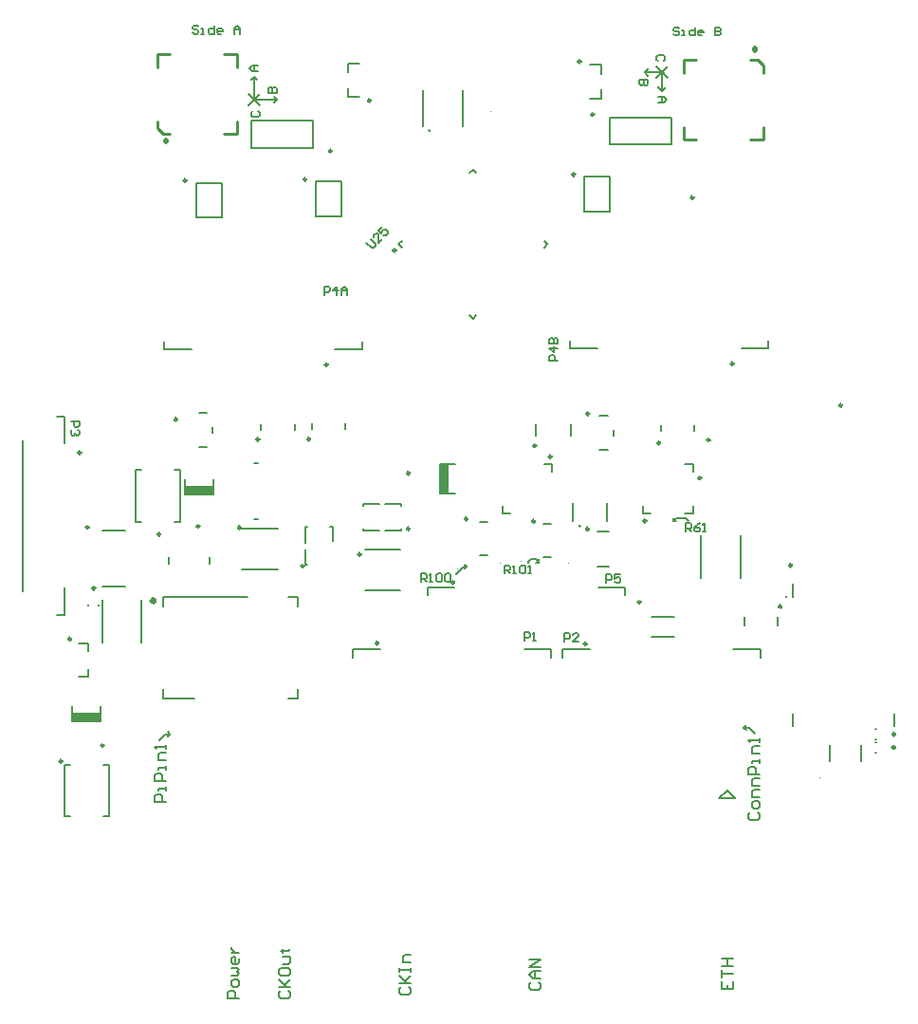
<source format=gto>
G04*
G04 #@! TF.GenerationSoftware,Altium Limited,Altium Designer,21.4.1 (30)*
G04*
G04 Layer_Color=65535*
%FSLAX25Y25*%
%MOIN*%
G70*
G04*
G04 #@! TF.SameCoordinates,52388346-E8D1-4751-8710-1ABE23D8764D*
G04*
G04*
G04 #@! TF.FilePolarity,Positive*
G04*
G01*
G75*
%ADD10C,0.00984*%
%ADD11C,0.00600*%
%ADD12C,0.00394*%
%ADD13C,0.00800*%
%ADD14C,0.01968*%
%ADD15C,0.00787*%
%ADD16C,0.02000*%
%ADD17C,0.01000*%
%ADD18C,0.00500*%
%ADD19R,0.03062X0.10236*%
%ADD20R,0.10236X0.03062*%
D10*
X348408Y212560D02*
G03*
X348408Y212560I-492J0D01*
G01*
X366092Y268700D02*
G03*
X366092Y268700I-492J0D01*
G01*
X384691Y148600D02*
G03*
X384691Y148600I-492J0D01*
G01*
Y153200D02*
G03*
X384691Y153200I-492J0D01*
G01*
X297232Y228158D02*
G03*
X297232Y228158I-492J0D01*
G01*
X161227Y256770D02*
G03*
X161227Y256770I-492J0D01*
G01*
X343836Y197917D02*
G03*
X343813Y198065I469J148D01*
G01*
X95077Y186687D02*
G03*
X95077Y186687I-492J0D01*
G01*
X214075Y244882D02*
G03*
X214075Y244882I-492J0D01*
G01*
X229792Y206500D02*
G03*
X229792Y206500I-492J0D01*
G01*
X258092Y228000D02*
G03*
X258092Y228000I-492J0D01*
G01*
X101279Y225905D02*
G03*
X101279Y225905I-492J0D01*
G01*
X214093Y225396D02*
G03*
X214093Y225396I-492J0D01*
G01*
X126481Y223478D02*
G03*
X126481Y223478I-492J0D01*
G01*
X132346Y263782D02*
G03*
X132346Y263782I-492J0D01*
G01*
X103492Y204505D02*
G03*
X103492Y204505I-492J0D01*
G01*
X177781Y348070D02*
G03*
X177781Y348070I-492J0D01*
G01*
X200293Y375816D02*
G03*
X200293Y375816I-492J0D01*
G01*
X258498Y254587D02*
G03*
X258498Y254587I-492J0D01*
G01*
X295244Y199665D02*
G03*
X295244Y199665I-492J0D01*
G01*
X263926Y250748D02*
G03*
X263926Y250748I-492J0D01*
G01*
X209252Y323147D02*
G03*
X209252Y323147I-492J0D01*
G01*
X316547Y243201D02*
G03*
X316547Y243201I-492J0D01*
G01*
X186721Y358053D02*
G03*
X186721Y358053I-492J0D01*
G01*
X106592Y149300D02*
G03*
X106592Y149300I-492J0D01*
G01*
X91992Y143700D02*
G03*
X91992Y143700I-492J0D01*
G01*
X140176Y226300D02*
G03*
X140176Y226300I-492J0D01*
G01*
X203092Y185200D02*
G03*
X203092Y185200I-492J0D01*
G01*
X276292Y184900D02*
G03*
X276292Y184900I-492J0D01*
G01*
X98543Y252131D02*
G03*
X98543Y252131I-492J0D01*
G01*
X327966Y283354D02*
G03*
X327966Y283354I-492J0D01*
G01*
X185262Y282976D02*
G03*
X185262Y282976I-492J0D01*
G01*
X319605Y256571D02*
G03*
X319605Y256571I-492J0D01*
G01*
X179040Y256875D02*
G03*
X179040Y256875I-492J0D01*
G01*
X302092Y255500D02*
G03*
X302092Y255500I-492J0D01*
G01*
X176892Y212300D02*
G03*
X176892Y212300I-492J0D01*
G01*
X154692Y225800D02*
G03*
X154692Y225800I-492J0D01*
G01*
X196992Y216400D02*
G03*
X196992Y216400I-492J0D01*
G01*
X274268Y389487D02*
G03*
X274268Y389487I-492J0D01*
G01*
X278812Y370893D02*
G03*
X278812Y370893I-492J0D01*
G01*
X277192Y265800D02*
G03*
X277192Y265800I-492J0D01*
G01*
X272158Y349834D02*
G03*
X272158Y349834I-492J0D01*
G01*
X135655Y347676D02*
G03*
X135655Y347676I-492J0D01*
G01*
X313884Y341728D02*
G03*
X313884Y341728I-492J0D01*
G01*
X234392Y228800D02*
G03*
X234392Y228800I-492J0D01*
G01*
X277075Y225303D02*
G03*
X277075Y225303I-492J0D01*
G01*
D11*
X346715Y201413D02*
G03*
X346715Y201413I-300J0D01*
G01*
X274100Y226400D02*
G03*
X274100Y226400I-300J0D01*
G01*
X221300Y365200D02*
G03*
X221300Y365200I-300J0D01*
G01*
X230450Y209450D02*
X233100Y212100D01*
X259500Y213600D02*
Y214700D01*
X258300Y213500D02*
X259400D01*
X259500Y213600D01*
X258500Y214600D02*
X259500Y213600D01*
X256600Y214600D02*
X258500D01*
X255800Y213800D02*
X256600Y214600D01*
X255800Y213400D02*
Y213800D01*
X233450Y212800D02*
X234150Y212100D01*
X233450Y211400D02*
X234150Y212100D01*
X233100D02*
X234150D01*
X160900Y386000D02*
X158901D01*
X157901Y387000D01*
X158901Y387999D01*
X160900D01*
X159400D01*
Y386000D01*
X164401Y378500D02*
X167400D01*
Y379999D01*
X166900Y380499D01*
X166400D01*
X165901Y379999D01*
Y378500D01*
Y379999D01*
X165401Y380499D01*
X164901D01*
X164401Y379999D01*
Y378500D01*
X158901Y371999D02*
X158401Y371499D01*
Y370500D01*
X158901Y370000D01*
X160900D01*
X161400Y370500D01*
Y371499D01*
X160900Y371999D01*
X301400Y377100D02*
X303399D01*
X304399Y376100D01*
X303399Y375101D01*
X301400D01*
X302900D01*
Y377100D01*
X297799Y383100D02*
X294800D01*
Y381600D01*
X295300Y381101D01*
X295800D01*
X296300Y381600D01*
Y383100D01*
Y381600D01*
X296799Y381101D01*
X297299D01*
X297799Y381600D01*
Y383100D01*
X303299Y389601D02*
X303799Y390101D01*
Y391100D01*
X303299Y391600D01*
X301300D01*
X300800Y391100D01*
Y390101D01*
X301300Y389601D01*
X247352Y209600D02*
Y212599D01*
X248851D01*
X249351Y212100D01*
Y211100D01*
X248851Y210600D01*
X247352D01*
X248351D02*
X249351Y209600D01*
X250351D02*
X251350D01*
X250850D01*
Y212599D01*
X250351Y212100D01*
X252850D02*
X253350Y212599D01*
X254349D01*
X254849Y212100D01*
Y210100D01*
X254349Y209600D01*
X253350D01*
X252850Y210100D01*
Y212100D01*
X255849Y209600D02*
X256849D01*
X256349D01*
Y212599D01*
X255849Y212100D01*
X218052Y206700D02*
Y209700D01*
X219551D01*
X220051Y209200D01*
Y208200D01*
X219551Y207700D01*
X218052D01*
X219051D02*
X220051Y206700D01*
X221051D02*
X222050D01*
X221551D01*
Y209700D01*
X221051Y209200D01*
X223550D02*
X224050Y209700D01*
X225049D01*
X225549Y209200D01*
Y207200D01*
X225049Y206700D01*
X224050D01*
X223550Y207200D01*
Y209200D01*
X226549D02*
X227049Y209700D01*
X228048D01*
X228548Y209200D01*
Y207200D01*
X228048Y206700D01*
X227049D01*
X226549Y207200D01*
Y209200D01*
D12*
X270064Y213253D02*
G03*
X270064Y213253I-197J0D01*
G01*
X242581Y371854D02*
G03*
X242581Y371854I-197J0D01*
G01*
X231150Y211333D02*
G03*
X231150Y211333I-197J0D01*
G01*
X245964Y213154D02*
G03*
X245964Y213154I-197J0D01*
G01*
X253250Y213833D02*
G03*
X253250Y213833I-197J0D01*
G01*
X358213Y137916D02*
G03*
X358213Y137916I-197J0D01*
G01*
D13*
X159900Y376000D02*
G03*
X159900Y376000I-500J0D01*
G01*
X303300Y385600D02*
G03*
X303300Y385600I-500J0D01*
G01*
X125984Y151181D02*
X127953Y153150D01*
X129921D01*
X129134Y153937D02*
X129921Y153150D01*
X129134Y152362D02*
X129921Y153150D01*
X333465Y155512D02*
X335433Y153543D01*
X331496Y155512D02*
X333465D01*
X331496D02*
X332283Y156299D01*
X331496Y155512D02*
X332283Y154724D01*
X322835Y130709D02*
X328346D01*
X325590Y133465D02*
X328346Y130709D01*
X322835D02*
X325590Y133465D01*
X159400Y384000D02*
X160400Y383000D01*
X159400Y384000D02*
X160400Y383000D01*
X158400D02*
X159400Y384000D01*
Y376000D02*
Y384000D01*
Y376000D02*
X167400D01*
X166400Y375000D02*
X167400Y376000D01*
X166400Y377000D02*
X167400Y376000D01*
X166400Y377000D02*
X167400Y376000D01*
X302800Y379200D02*
Y385600D01*
X296800D02*
X302800D01*
X306700Y228000D02*
Y229000D01*
Y228000D02*
X307800D01*
X306700D02*
X307800D01*
X306700D02*
X307700Y229000D01*
X311200D01*
X312000Y228200D01*
X296800Y385600D02*
X297900Y384500D01*
X296800Y385700D02*
X298100Y387000D01*
X296800Y385600D02*
Y385700D01*
X301400Y380500D02*
Y380600D01*
X302800Y379200D02*
X304000Y380400D01*
X301400Y380500D02*
X302700Y379200D01*
X302800D01*
X128334Y129540D02*
X124335D01*
Y131539D01*
X125002Y132206D01*
X126335D01*
X127001Y131539D01*
Y129540D01*
X128334Y133539D02*
Y134872D01*
Y134205D01*
X125668D01*
Y133539D01*
X128334Y136871D02*
X124335D01*
Y138871D01*
X125002Y139537D01*
X126335D01*
X127001Y138871D01*
Y136871D01*
X128334Y140870D02*
Y142203D01*
Y141536D01*
X125668D01*
Y140870D01*
X128334Y144202D02*
X125668D01*
Y146201D01*
X126335Y146868D01*
X128334D01*
Y148201D02*
Y149534D01*
Y148867D01*
X124335D01*
X125002Y148201D01*
X333663Y125907D02*
X332996Y125240D01*
Y123907D01*
X333663Y123241D01*
X336329D01*
X336995Y123907D01*
Y125240D01*
X336329Y125907D01*
X336995Y127906D02*
Y129239D01*
X336329Y129905D01*
X334996D01*
X334329Y129239D01*
Y127906D01*
X334996Y127240D01*
X336329D01*
X336995Y127906D01*
Y131238D02*
X334329D01*
Y133238D01*
X334996Y133904D01*
X336995D01*
Y135237D02*
X334329D01*
Y137236D01*
X334996Y137903D01*
X336995D01*
Y139236D02*
X332996D01*
Y141235D01*
X333663Y141901D01*
X334996D01*
X335662Y141235D01*
Y139236D01*
X336995Y143234D02*
Y144567D01*
Y143901D01*
X334329D01*
Y143234D01*
X336995Y146567D02*
X334329D01*
Y148566D01*
X334996Y149232D01*
X336995D01*
Y150565D02*
Y151898D01*
Y151232D01*
X332996D01*
X333663Y150565D01*
X323601Y66466D02*
Y63800D01*
X327600D01*
Y66466D01*
X325601Y63800D02*
Y65133D01*
X323601Y67799D02*
Y70464D01*
Y69132D01*
X327600D01*
X323601Y71797D02*
X327600D01*
X325601D01*
Y74463D01*
X323601D01*
X327600D01*
X256668Y66166D02*
X256001Y65499D01*
Y64166D01*
X256668Y63500D01*
X259334D01*
X260000Y64166D01*
Y65499D01*
X259334Y66166D01*
X260000Y67499D02*
X257334D01*
X256001Y68832D01*
X257334Y70165D01*
X260000D01*
X258001D01*
Y67499D01*
X260000Y71497D02*
X256001D01*
X260000Y74163D01*
X256001D01*
X211168Y64566D02*
X210501Y63899D01*
Y62566D01*
X211168Y61900D01*
X213834D01*
X214500Y62566D01*
Y63899D01*
X213834Y64566D01*
X210501Y65899D02*
X214500D01*
X213167D01*
X210501Y68564D01*
X212501Y66565D01*
X214500Y68564D01*
X210501Y69897D02*
Y71230D01*
Y70564D01*
X214500D01*
Y69897D01*
Y71230D01*
Y73230D02*
X211834D01*
Y75229D01*
X212501Y75896D01*
X214500D01*
X168768Y63066D02*
X168101Y62399D01*
Y61066D01*
X168768Y60400D01*
X171433D01*
X172100Y61066D01*
Y62399D01*
X171433Y63066D01*
X168101Y64399D02*
X172100D01*
X170767D01*
X168101Y67064D01*
X170101Y65065D01*
X172100Y67064D01*
X168101Y70397D02*
Y69064D01*
X168768Y68397D01*
X171433D01*
X172100Y69064D01*
Y70397D01*
X171433Y71063D01*
X168768D01*
X168101Y70397D01*
X169434Y72396D02*
X171433D01*
X172100Y73063D01*
Y75062D01*
X169434D01*
X168768Y77061D02*
X169434D01*
Y76395D01*
Y77728D01*
Y77061D01*
X171433D01*
X172100Y77728D01*
X154000Y60400D02*
X150001D01*
Y62399D01*
X150668Y63066D01*
X152001D01*
X152667Y62399D01*
Y60400D01*
X154000Y65065D02*
Y66398D01*
X153333Y67064D01*
X152001D01*
X151334Y66398D01*
Y65065D01*
X152001Y64399D01*
X153333D01*
X154000Y65065D01*
X151334Y68397D02*
X153333D01*
X154000Y69064D01*
X153333Y69730D01*
X154000Y70397D01*
X153333Y71063D01*
X151334D01*
X154000Y74396D02*
Y73063D01*
X153333Y72396D01*
X152001D01*
X151334Y73063D01*
Y74396D01*
X152001Y75062D01*
X152667D01*
Y72396D01*
X151334Y76395D02*
X154000D01*
X152667D01*
X152001Y77061D01*
X151334Y77728D01*
Y78394D01*
X157401Y374000D02*
X161400Y377999D01*
X159401Y375999D01*
X157401Y377999D01*
X161400Y374000D01*
X304799Y387600D02*
X300800Y383601D01*
X302799Y385601D01*
X304799Y383601D01*
X300800Y387600D01*
X308799Y401099D02*
X308299Y401599D01*
X307300D01*
X306800Y401099D01*
Y400599D01*
X307300Y400100D01*
X308299D01*
X308799Y399600D01*
Y399100D01*
X308299Y398600D01*
X307300D01*
X306800Y399100D01*
X309799Y398600D02*
X310799D01*
X310299D01*
Y400599D01*
X309799D01*
X314298Y401599D02*
Y398600D01*
X312798D01*
X312298Y399100D01*
Y400100D01*
X312798Y400599D01*
X314298D01*
X316797Y398600D02*
X315797D01*
X315297Y399100D01*
Y400100D01*
X315797Y400599D01*
X316797D01*
X317297Y400100D01*
Y399600D01*
X315297D01*
X321295Y401599D02*
Y398600D01*
X322795D01*
X323295Y399100D01*
Y399600D01*
X322795Y400100D01*
X321295D01*
X322795D01*
X323295Y400599D01*
Y401099D01*
X322795Y401599D01*
X321295D01*
X139899Y401699D02*
X139400Y402199D01*
X138400D01*
X137900Y401699D01*
Y401199D01*
X138400Y400700D01*
X139400D01*
X139899Y400200D01*
Y399700D01*
X139400Y399200D01*
X138400D01*
X137900Y399700D01*
X140899Y399200D02*
X141899D01*
X141399D01*
Y401199D01*
X140899D01*
X145398Y402199D02*
Y399200D01*
X143898D01*
X143398Y399700D01*
Y400700D01*
X143898Y401199D01*
X145398D01*
X147897Y399200D02*
X146897D01*
X146397Y399700D01*
Y400700D01*
X146897Y401199D01*
X147897D01*
X148397Y400700D01*
Y400200D01*
X146397D01*
X152395Y399200D02*
Y401199D01*
X153395Y402199D01*
X154395Y401199D01*
Y399200D01*
Y400700D01*
X152395D01*
X311201Y224400D02*
Y227399D01*
X312701D01*
X313200Y226900D01*
Y225900D01*
X312701Y225400D01*
X311201D01*
X312201D02*
X313200Y224400D01*
X316199Y227399D02*
X315200Y226900D01*
X314200Y225900D01*
Y224900D01*
X314700Y224400D01*
X315700D01*
X316199Y224900D01*
Y225400D01*
X315700Y225900D01*
X314200D01*
X317199Y224400D02*
X318199D01*
X317699D01*
Y227399D01*
X317199Y226900D01*
X198912Y325833D02*
X200679Y324066D01*
X201386D01*
X202093Y324773D01*
X202093Y325479D01*
X200326Y327247D01*
X204567D02*
X203153Y325833D01*
Y328660D01*
X202800Y329014D01*
X202093Y329014D01*
X201386Y328307D01*
Y327600D01*
X204567Y331488D02*
X203153Y330074D01*
X204214Y329014D01*
X204567Y330074D01*
X204921Y330428D01*
X205627D01*
X206334Y329721D01*
X206334Y329014D01*
X205627Y328307D01*
X204921D01*
X283101Y206400D02*
Y209400D01*
X284600D01*
X285100Y208900D01*
Y207900D01*
X284600Y207400D01*
X283101D01*
X288099Y209400D02*
X286100D01*
Y207900D01*
X287100Y208400D01*
X287599D01*
X288099Y207900D01*
Y206900D01*
X287599Y206400D01*
X286600D01*
X286100Y206900D01*
X184001Y307501D02*
Y310500D01*
X185501D01*
X186001Y310000D01*
Y309000D01*
X185501Y308500D01*
X184001D01*
X188500Y307501D02*
Y310500D01*
X187000Y309000D01*
X189000D01*
X189999Y307501D02*
Y309500D01*
X190999Y310500D01*
X191999Y309500D01*
Y307501D01*
Y309000D01*
X189999D01*
X266199Y284401D02*
X263200D01*
Y285901D01*
X263700Y286401D01*
X264700D01*
X265200Y285901D01*
Y284401D01*
X266199Y288900D02*
X263200D01*
X264700Y287400D01*
Y289400D01*
X263200Y290399D02*
X266199D01*
Y291899D01*
X265700Y292399D01*
X265200D01*
X264700Y291899D01*
Y290399D01*
Y291899D01*
X264200Y292399D01*
X263700D01*
X263200Y291899D01*
Y290399D01*
X95000Y263099D02*
X98000D01*
Y261600D01*
X97500Y261100D01*
X96500D01*
X96000Y261600D01*
Y263099D01*
X97500Y260100D02*
X98000Y259600D01*
Y258601D01*
X97500Y258101D01*
X97000D01*
X96500Y258601D01*
Y259101D01*
Y258601D01*
X96000Y258101D01*
X95500D01*
X95000Y258601D01*
Y259600D01*
X95500Y260100D01*
X268501Y185600D02*
Y188600D01*
X270000D01*
X270500Y188100D01*
Y187100D01*
X270000Y186600D01*
X268501D01*
X273499Y185600D02*
X271500D01*
X273499Y187600D01*
Y188100D01*
X272999Y188600D01*
X272000D01*
X271500Y188100D01*
X254401Y186001D02*
Y188999D01*
X255900D01*
X256400Y188500D01*
Y187500D01*
X255900Y187000D01*
X254401D01*
X257400Y186001D02*
X258399D01*
X257899D01*
Y188999D01*
X257400Y188500D01*
D14*
X124294Y200100D02*
G03*
X124294Y200100I-394J0D01*
G01*
D15*
X377703Y150372D02*
X378097D01*
X377703Y146828D02*
X378097D01*
X377703Y154972D02*
X378097D01*
X377703Y151428D02*
X378097D01*
X159449Y248445D02*
X160630D01*
X159449Y228760D02*
X160630D01*
X296150Y230717D02*
X298906D01*
X296150D02*
Y233473D01*
X310913Y230717D02*
X313669D01*
Y233473D01*
X310913Y248236D02*
X313669D01*
Y245480D02*
Y248236D01*
X348730Y156000D02*
Y160429D01*
X384518Y156000D02*
Y160429D01*
X348730Y201571D02*
Y206000D01*
X161916Y260215D02*
Y262183D01*
X173727Y260215D02*
Y262183D01*
X331695Y191325D02*
Y194475D01*
X343506Y191325D02*
Y194475D01*
X101081Y173459D02*
Y176057D01*
X97872Y173459D02*
X101081D01*
Y182357D02*
Y184955D01*
X97872D02*
X101081D01*
X224902Y237697D02*
Y247933D01*
Y237697D02*
X230161D01*
X224902Y247933D02*
X230161D01*
X289790Y201954D02*
Y204709D01*
X220302Y201954D02*
Y204709D01*
X280341D02*
X289790D01*
X220302D02*
X229750D01*
X261022Y215394D02*
X263778D01*
X261022Y227205D02*
X263778D01*
X106102Y205217D02*
X113976D01*
X106102Y224902D02*
X113976D01*
X205431Y234255D02*
X211042D01*
Y233566D02*
Y234255D01*
X197656D02*
X203266D01*
X197656Y233566D02*
Y234255D01*
Y224806D02*
Y225495D01*
Y224806D02*
X203266D01*
X205431D02*
X211042D01*
Y225495D01*
X117913Y227854D02*
Y245965D01*
X131457D02*
X133465D01*
X117913D02*
X119921D01*
X133465Y227854D02*
Y245965D01*
X131457Y227854D02*
X133465D01*
X117913D02*
X119921D01*
X283306Y228249D02*
Y234351D01*
X271494Y228249D02*
Y234351D01*
X139925Y254038D02*
X142878D01*
X144846Y258959D02*
Y261124D01*
X139925Y266045D02*
X142878D01*
X361588Y143846D02*
Y149554D01*
X372612Y143846D02*
Y149554D01*
X299148Y187455D02*
X307252D01*
X299148Y194345D02*
X307252D01*
X218613Y366899D02*
Y379301D01*
X232787Y366899D02*
Y379301D01*
X104772Y198423D02*
Y198777D01*
X101228Y198423D02*
Y198777D01*
X181128Y335078D02*
Y347282D01*
X190183Y335078D02*
Y347282D01*
X181128D02*
X190183D01*
X181128Y335078D02*
X190183D01*
X192321Y376997D02*
X196258D01*
X192321D02*
Y380147D01*
Y388809D02*
X196258D01*
X192321Y385659D02*
Y388809D01*
X270702Y258031D02*
Y261968D01*
X258498Y258031D02*
Y261968D01*
X246702Y230866D02*
Y233524D01*
Y230866D02*
X249359D01*
X264024Y245532D02*
Y248189D01*
X261367D02*
X264024D01*
X236320Y299205D02*
X237503Y300388D01*
X235137D02*
X236320Y299205D01*
X261306Y324190D02*
X262489Y325374D01*
X261306Y326557D02*
X262489Y325374D01*
X236320Y351542D02*
X237503Y350359D01*
X235137D02*
X236320Y351542D01*
X210152Y325374D02*
X211335Y326557D01*
X210152Y325374D02*
X211335Y324190D01*
X129513Y213019D02*
Y215381D01*
X143687Y213019D02*
Y215381D01*
X180127Y359176D02*
Y368624D01*
X158473Y359176D02*
Y368624D01*
Y359176D02*
X180127D01*
X158473Y368624D02*
X180127D01*
X119790Y185311D02*
Y200289D01*
X106010Y185311D02*
Y200289D01*
X316510Y208012D02*
Y222989D01*
X330290Y208012D02*
Y222989D01*
X95282Y157838D02*
X105518D01*
Y163098D01*
X95282Y157838D02*
X95282D01*
X95282D02*
Y163098D01*
X108268Y124311D02*
Y142421D01*
X92717Y124311D02*
X94724D01*
X106260D02*
X108268D01*
X92717D02*
Y142421D01*
X94724D01*
X106260D02*
X108268D01*
X134966Y237369D02*
X145202D01*
Y242629D01*
X134966Y237369D02*
Y237369D01*
Y242629D01*
X263728Y180224D02*
Y182980D01*
X194240Y180224D02*
Y182980D01*
X254279D02*
X263728D01*
X194240D02*
X203689D01*
X337350Y180224D02*
Y182980D01*
X267862Y180224D02*
Y182980D01*
X327901D02*
X337350D01*
X267862D02*
X277311D01*
X89980Y195241D02*
X92736D01*
X78169Y203509D02*
Y256462D01*
X89980Y264729D02*
X92736D01*
Y195241D02*
Y204690D01*
Y255280D02*
Y264729D01*
X330624Y288669D02*
X340072D01*
X270584D02*
X280033D01*
X340072D02*
Y291425D01*
X270584Y288669D02*
Y291425D01*
X187920Y288291D02*
X197369D01*
X127880D02*
X137329D01*
X197369D02*
Y291046D01*
X127880Y288291D02*
Y291046D01*
X179729Y260320D02*
Y262289D01*
X191540Y260320D02*
Y262289D01*
X302381Y259911D02*
Y261880D01*
X314192Y259911D02*
Y261880D01*
X186924Y221000D02*
Y225993D01*
X186235D02*
X186924D01*
X177476D02*
X178165D01*
X177476Y220383D02*
Y225993D01*
Y212607D02*
Y218217D01*
Y212607D02*
X178165D01*
X155251Y225311D02*
X167653D01*
X155251Y211138D02*
X167653D01*
X198424Y218014D02*
X210825D01*
X198424Y203841D02*
X210825D01*
X277319Y388305D02*
X281256D01*
Y385156D02*
Y388305D01*
X277319Y376495D02*
X281256D01*
Y379644D01*
X284422Y360322D02*
Y369771D01*
X306076Y360322D02*
Y369771D01*
X284422D02*
X306076D01*
X284422Y360322D02*
X306076D01*
X280824Y253096D02*
X283776D01*
X285745Y258017D02*
Y260183D01*
X280824Y265104D02*
X283776D01*
X275505Y336842D02*
Y349046D01*
X284560Y336842D02*
Y349046D01*
X275505D02*
X284560D01*
X275505Y336842D02*
X284560D01*
X139002Y334684D02*
Y346889D01*
X148057Y334684D02*
Y346889D01*
X139002D02*
X148057D01*
X139002Y334684D02*
X148057D01*
X238722Y216094D02*
X241478D01*
X238722Y227906D02*
X241478D01*
X280028Y224319D02*
X283965D01*
X280028Y212114D02*
X283965D01*
D16*
X128400Y361400D02*
Y361700D01*
X335356Y393527D02*
Y394027D01*
D17*
X125400Y366000D02*
X127400Y364000D01*
X125400Y366000D02*
Y368500D01*
Y387500D02*
Y392000D01*
X129900D01*
X148900D02*
X153400D01*
Y387500D02*
Y392000D01*
Y364000D02*
Y368500D01*
X148900Y364000D02*
X153400D01*
X127400D02*
X129900D01*
X336356Y390027D02*
X338356Y388027D01*
Y385527D02*
Y388027D01*
Y362027D02*
Y366527D01*
X333856Y362027D02*
X338356D01*
X310356D02*
X314856D01*
X310356D02*
Y366527D01*
Y385527D02*
Y390027D01*
X314856D01*
X333856D02*
X336356D01*
D18*
X127281Y165687D02*
X127281Y169033D01*
X127281Y165687D02*
X138502D01*
X171572D02*
X174919D01*
Y169033D01*
Y198167D02*
X174919Y201513D01*
X171572D02*
X174919D01*
X127281D02*
X157006D01*
X127281Y198167D02*
Y201513D01*
D19*
X226520Y242815D02*
D03*
D20*
X100393Y159455D02*
D03*
X140086Y238993D02*
D03*
M02*

</source>
